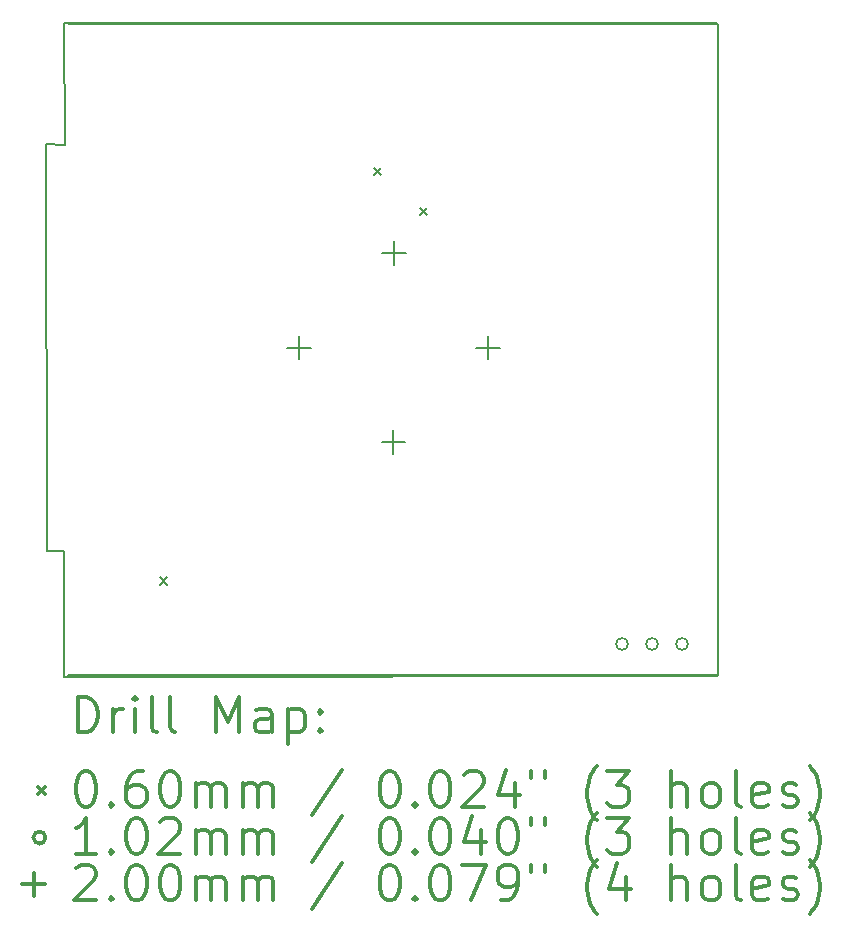
<source format=gbr>
%FSLAX45Y45*%
G04 Gerber Fmt 4.5, Leading zero omitted, Abs format (unit mm)*
G04 Created by KiCad (PCBNEW 4.0.6) date 05/08/17 07:32:36*
%MOMM*%
%LPD*%
G01*
G04 APERTURE LIST*
%ADD10C,0.127000*%
%ADD11C,0.150000*%
%ADD12C,0.200000*%
%ADD13C,0.300000*%
G04 APERTURE END LIST*
D10*
D11*
X20994170Y-8797350D02*
X20834450Y-8787510D01*
X20834450Y-8787510D02*
X20839530Y-12232470D01*
X20839530Y-12232470D02*
X20984330Y-12227930D01*
X20984330Y-12227930D02*
X20984330Y-13294730D01*
X20984330Y-13294730D02*
X26513530Y-13290290D01*
X26518610Y-7765790D02*
X20986870Y-7759450D01*
X20986870Y-7759450D02*
X20994170Y-8797350D01*
X26513210Y-7761890D02*
X21013210Y-7761890D01*
X21019610Y-13278290D02*
X26519610Y-13278290D01*
X26519610Y-13278290D02*
X26519610Y-7778290D01*
X26524010Y-7771090D02*
X21024010Y-7771090D01*
X26524010Y-13271090D02*
X26524010Y-7771090D01*
D12*
X21793010Y-12455590D02*
X21853010Y-12515590D01*
X21853010Y-12455590D02*
X21793010Y-12515590D01*
X23607810Y-8988590D02*
X23667810Y-9048590D01*
X23667810Y-8988590D02*
X23607810Y-9048590D01*
X23995410Y-9328190D02*
X24055410Y-9388190D01*
X24055410Y-9328190D02*
X23995410Y-9388190D01*
X25759310Y-13018890D02*
G75*
G03X25759310Y-13018890I-50800J0D01*
G01*
X26013310Y-13018890D02*
G75*
G03X26013310Y-13018890I-50800J0D01*
G01*
X26267310Y-13018890D02*
G75*
G03X26267310Y-13018890I-50800J0D01*
G01*
X22975310Y-10408990D02*
X22975310Y-10608990D01*
X22875310Y-10508990D02*
X23075310Y-10508990D01*
X23772870Y-11209090D02*
X23772870Y-11409090D01*
X23672870Y-11309090D02*
X23872870Y-11309090D01*
X23776110Y-9610890D02*
X23776110Y-9810890D01*
X23676110Y-9710890D02*
X23876110Y-9710890D01*
X24575510Y-10408990D02*
X24575510Y-10608990D01*
X24475510Y-10508990D02*
X24675510Y-10508990D01*
D13*
X21098379Y-13767944D02*
X21098379Y-13467944D01*
X21169807Y-13467944D01*
X21212664Y-13482230D01*
X21241236Y-13510801D01*
X21255521Y-13539373D01*
X21269807Y-13596516D01*
X21269807Y-13639373D01*
X21255521Y-13696516D01*
X21241236Y-13725087D01*
X21212664Y-13753659D01*
X21169807Y-13767944D01*
X21098379Y-13767944D01*
X21398379Y-13767944D02*
X21398379Y-13567944D01*
X21398379Y-13625087D02*
X21412664Y-13596516D01*
X21426950Y-13582230D01*
X21455521Y-13567944D01*
X21484093Y-13567944D01*
X21584093Y-13767944D02*
X21584093Y-13567944D01*
X21584093Y-13467944D02*
X21569807Y-13482230D01*
X21584093Y-13496516D01*
X21598379Y-13482230D01*
X21584093Y-13467944D01*
X21584093Y-13496516D01*
X21769807Y-13767944D02*
X21741236Y-13753659D01*
X21726950Y-13725087D01*
X21726950Y-13467944D01*
X21926950Y-13767944D02*
X21898379Y-13753659D01*
X21884093Y-13725087D01*
X21884093Y-13467944D01*
X22269807Y-13767944D02*
X22269807Y-13467944D01*
X22369807Y-13682230D01*
X22469807Y-13467944D01*
X22469807Y-13767944D01*
X22741236Y-13767944D02*
X22741236Y-13610801D01*
X22726950Y-13582230D01*
X22698378Y-13567944D01*
X22641236Y-13567944D01*
X22612664Y-13582230D01*
X22741236Y-13753659D02*
X22712664Y-13767944D01*
X22641236Y-13767944D01*
X22612664Y-13753659D01*
X22598378Y-13725087D01*
X22598378Y-13696516D01*
X22612664Y-13667944D01*
X22641236Y-13653659D01*
X22712664Y-13653659D01*
X22741236Y-13639373D01*
X22884093Y-13567944D02*
X22884093Y-13867944D01*
X22884093Y-13582230D02*
X22912664Y-13567944D01*
X22969807Y-13567944D01*
X22998378Y-13582230D01*
X23012664Y-13596516D01*
X23026950Y-13625087D01*
X23026950Y-13710801D01*
X23012664Y-13739373D01*
X22998378Y-13753659D01*
X22969807Y-13767944D01*
X22912664Y-13767944D01*
X22884093Y-13753659D01*
X23155521Y-13739373D02*
X23169807Y-13753659D01*
X23155521Y-13767944D01*
X23141236Y-13753659D01*
X23155521Y-13739373D01*
X23155521Y-13767944D01*
X23155521Y-13582230D02*
X23169807Y-13596516D01*
X23155521Y-13610801D01*
X23141236Y-13596516D01*
X23155521Y-13582230D01*
X23155521Y-13610801D01*
X20766950Y-14232230D02*
X20826950Y-14292230D01*
X20826950Y-14232230D02*
X20766950Y-14292230D01*
X21155521Y-14097944D02*
X21184093Y-14097944D01*
X21212664Y-14112230D01*
X21226950Y-14126516D01*
X21241236Y-14155087D01*
X21255521Y-14212230D01*
X21255521Y-14283659D01*
X21241236Y-14340801D01*
X21226950Y-14369373D01*
X21212664Y-14383659D01*
X21184093Y-14397944D01*
X21155521Y-14397944D01*
X21126950Y-14383659D01*
X21112664Y-14369373D01*
X21098379Y-14340801D01*
X21084093Y-14283659D01*
X21084093Y-14212230D01*
X21098379Y-14155087D01*
X21112664Y-14126516D01*
X21126950Y-14112230D01*
X21155521Y-14097944D01*
X21384093Y-14369373D02*
X21398379Y-14383659D01*
X21384093Y-14397944D01*
X21369807Y-14383659D01*
X21384093Y-14369373D01*
X21384093Y-14397944D01*
X21655521Y-14097944D02*
X21598378Y-14097944D01*
X21569807Y-14112230D01*
X21555521Y-14126516D01*
X21526950Y-14169373D01*
X21512664Y-14226516D01*
X21512664Y-14340801D01*
X21526950Y-14369373D01*
X21541236Y-14383659D01*
X21569807Y-14397944D01*
X21626950Y-14397944D01*
X21655521Y-14383659D01*
X21669807Y-14369373D01*
X21684093Y-14340801D01*
X21684093Y-14269373D01*
X21669807Y-14240801D01*
X21655521Y-14226516D01*
X21626950Y-14212230D01*
X21569807Y-14212230D01*
X21541236Y-14226516D01*
X21526950Y-14240801D01*
X21512664Y-14269373D01*
X21869807Y-14097944D02*
X21898379Y-14097944D01*
X21926950Y-14112230D01*
X21941236Y-14126516D01*
X21955521Y-14155087D01*
X21969807Y-14212230D01*
X21969807Y-14283659D01*
X21955521Y-14340801D01*
X21941236Y-14369373D01*
X21926950Y-14383659D01*
X21898379Y-14397944D01*
X21869807Y-14397944D01*
X21841236Y-14383659D01*
X21826950Y-14369373D01*
X21812664Y-14340801D01*
X21798379Y-14283659D01*
X21798379Y-14212230D01*
X21812664Y-14155087D01*
X21826950Y-14126516D01*
X21841236Y-14112230D01*
X21869807Y-14097944D01*
X22098379Y-14397944D02*
X22098379Y-14197944D01*
X22098379Y-14226516D02*
X22112664Y-14212230D01*
X22141236Y-14197944D01*
X22184093Y-14197944D01*
X22212664Y-14212230D01*
X22226950Y-14240801D01*
X22226950Y-14397944D01*
X22226950Y-14240801D02*
X22241236Y-14212230D01*
X22269807Y-14197944D01*
X22312664Y-14197944D01*
X22341236Y-14212230D01*
X22355521Y-14240801D01*
X22355521Y-14397944D01*
X22498378Y-14397944D02*
X22498378Y-14197944D01*
X22498378Y-14226516D02*
X22512664Y-14212230D01*
X22541236Y-14197944D01*
X22584093Y-14197944D01*
X22612664Y-14212230D01*
X22626950Y-14240801D01*
X22626950Y-14397944D01*
X22626950Y-14240801D02*
X22641236Y-14212230D01*
X22669807Y-14197944D01*
X22712664Y-14197944D01*
X22741236Y-14212230D01*
X22755521Y-14240801D01*
X22755521Y-14397944D01*
X23341236Y-14083659D02*
X23084093Y-14469373D01*
X23726950Y-14097944D02*
X23755521Y-14097944D01*
X23784093Y-14112230D01*
X23798378Y-14126516D01*
X23812664Y-14155087D01*
X23826950Y-14212230D01*
X23826950Y-14283659D01*
X23812664Y-14340801D01*
X23798378Y-14369373D01*
X23784093Y-14383659D01*
X23755521Y-14397944D01*
X23726950Y-14397944D01*
X23698378Y-14383659D01*
X23684093Y-14369373D01*
X23669807Y-14340801D01*
X23655521Y-14283659D01*
X23655521Y-14212230D01*
X23669807Y-14155087D01*
X23684093Y-14126516D01*
X23698378Y-14112230D01*
X23726950Y-14097944D01*
X23955521Y-14369373D02*
X23969807Y-14383659D01*
X23955521Y-14397944D01*
X23941236Y-14383659D01*
X23955521Y-14369373D01*
X23955521Y-14397944D01*
X24155521Y-14097944D02*
X24184093Y-14097944D01*
X24212664Y-14112230D01*
X24226950Y-14126516D01*
X24241235Y-14155087D01*
X24255521Y-14212230D01*
X24255521Y-14283659D01*
X24241235Y-14340801D01*
X24226950Y-14369373D01*
X24212664Y-14383659D01*
X24184093Y-14397944D01*
X24155521Y-14397944D01*
X24126950Y-14383659D01*
X24112664Y-14369373D01*
X24098378Y-14340801D01*
X24084093Y-14283659D01*
X24084093Y-14212230D01*
X24098378Y-14155087D01*
X24112664Y-14126516D01*
X24126950Y-14112230D01*
X24155521Y-14097944D01*
X24369807Y-14126516D02*
X24384093Y-14112230D01*
X24412664Y-14097944D01*
X24484093Y-14097944D01*
X24512664Y-14112230D01*
X24526950Y-14126516D01*
X24541235Y-14155087D01*
X24541235Y-14183659D01*
X24526950Y-14226516D01*
X24355521Y-14397944D01*
X24541235Y-14397944D01*
X24798378Y-14197944D02*
X24798378Y-14397944D01*
X24726950Y-14083659D02*
X24655521Y-14297944D01*
X24841235Y-14297944D01*
X24941236Y-14097944D02*
X24941236Y-14155087D01*
X25055521Y-14097944D02*
X25055521Y-14155087D01*
X25498378Y-14512230D02*
X25484093Y-14497944D01*
X25455521Y-14455087D01*
X25441235Y-14426516D01*
X25426950Y-14383659D01*
X25412664Y-14312230D01*
X25412664Y-14255087D01*
X25426950Y-14183659D01*
X25441235Y-14140801D01*
X25455521Y-14112230D01*
X25484093Y-14069373D01*
X25498378Y-14055087D01*
X25584093Y-14097944D02*
X25769807Y-14097944D01*
X25669807Y-14212230D01*
X25712664Y-14212230D01*
X25741235Y-14226516D01*
X25755521Y-14240801D01*
X25769807Y-14269373D01*
X25769807Y-14340801D01*
X25755521Y-14369373D01*
X25741235Y-14383659D01*
X25712664Y-14397944D01*
X25626950Y-14397944D01*
X25598378Y-14383659D01*
X25584093Y-14369373D01*
X26126950Y-14397944D02*
X26126950Y-14097944D01*
X26255521Y-14397944D02*
X26255521Y-14240801D01*
X26241235Y-14212230D01*
X26212664Y-14197944D01*
X26169807Y-14197944D01*
X26141235Y-14212230D01*
X26126950Y-14226516D01*
X26441235Y-14397944D02*
X26412664Y-14383659D01*
X26398378Y-14369373D01*
X26384093Y-14340801D01*
X26384093Y-14255087D01*
X26398378Y-14226516D01*
X26412664Y-14212230D01*
X26441235Y-14197944D01*
X26484093Y-14197944D01*
X26512664Y-14212230D01*
X26526950Y-14226516D01*
X26541235Y-14255087D01*
X26541235Y-14340801D01*
X26526950Y-14369373D01*
X26512664Y-14383659D01*
X26484093Y-14397944D01*
X26441235Y-14397944D01*
X26712664Y-14397944D02*
X26684093Y-14383659D01*
X26669807Y-14355087D01*
X26669807Y-14097944D01*
X26941236Y-14383659D02*
X26912664Y-14397944D01*
X26855521Y-14397944D01*
X26826950Y-14383659D01*
X26812664Y-14355087D01*
X26812664Y-14240801D01*
X26826950Y-14212230D01*
X26855521Y-14197944D01*
X26912664Y-14197944D01*
X26941236Y-14212230D01*
X26955521Y-14240801D01*
X26955521Y-14269373D01*
X26812664Y-14297944D01*
X27069807Y-14383659D02*
X27098378Y-14397944D01*
X27155521Y-14397944D01*
X27184093Y-14383659D01*
X27198378Y-14355087D01*
X27198378Y-14340801D01*
X27184093Y-14312230D01*
X27155521Y-14297944D01*
X27112664Y-14297944D01*
X27084093Y-14283659D01*
X27069807Y-14255087D01*
X27069807Y-14240801D01*
X27084093Y-14212230D01*
X27112664Y-14197944D01*
X27155521Y-14197944D01*
X27184093Y-14212230D01*
X27298378Y-14512230D02*
X27312664Y-14497944D01*
X27341236Y-14455087D01*
X27355521Y-14426516D01*
X27369807Y-14383659D01*
X27384093Y-14312230D01*
X27384093Y-14255087D01*
X27369807Y-14183659D01*
X27355521Y-14140801D01*
X27341236Y-14112230D01*
X27312664Y-14069373D01*
X27298378Y-14055087D01*
X20826950Y-14658230D02*
G75*
G03X20826950Y-14658230I-50800J0D01*
G01*
X21255521Y-14793944D02*
X21084093Y-14793944D01*
X21169807Y-14793944D02*
X21169807Y-14493944D01*
X21141236Y-14536801D01*
X21112664Y-14565373D01*
X21084093Y-14579659D01*
X21384093Y-14765373D02*
X21398379Y-14779659D01*
X21384093Y-14793944D01*
X21369807Y-14779659D01*
X21384093Y-14765373D01*
X21384093Y-14793944D01*
X21584093Y-14493944D02*
X21612664Y-14493944D01*
X21641236Y-14508230D01*
X21655521Y-14522516D01*
X21669807Y-14551087D01*
X21684093Y-14608230D01*
X21684093Y-14679659D01*
X21669807Y-14736801D01*
X21655521Y-14765373D01*
X21641236Y-14779659D01*
X21612664Y-14793944D01*
X21584093Y-14793944D01*
X21555521Y-14779659D01*
X21541236Y-14765373D01*
X21526950Y-14736801D01*
X21512664Y-14679659D01*
X21512664Y-14608230D01*
X21526950Y-14551087D01*
X21541236Y-14522516D01*
X21555521Y-14508230D01*
X21584093Y-14493944D01*
X21798379Y-14522516D02*
X21812664Y-14508230D01*
X21841236Y-14493944D01*
X21912664Y-14493944D01*
X21941236Y-14508230D01*
X21955521Y-14522516D01*
X21969807Y-14551087D01*
X21969807Y-14579659D01*
X21955521Y-14622516D01*
X21784093Y-14793944D01*
X21969807Y-14793944D01*
X22098379Y-14793944D02*
X22098379Y-14593944D01*
X22098379Y-14622516D02*
X22112664Y-14608230D01*
X22141236Y-14593944D01*
X22184093Y-14593944D01*
X22212664Y-14608230D01*
X22226950Y-14636801D01*
X22226950Y-14793944D01*
X22226950Y-14636801D02*
X22241236Y-14608230D01*
X22269807Y-14593944D01*
X22312664Y-14593944D01*
X22341236Y-14608230D01*
X22355521Y-14636801D01*
X22355521Y-14793944D01*
X22498378Y-14793944D02*
X22498378Y-14593944D01*
X22498378Y-14622516D02*
X22512664Y-14608230D01*
X22541236Y-14593944D01*
X22584093Y-14593944D01*
X22612664Y-14608230D01*
X22626950Y-14636801D01*
X22626950Y-14793944D01*
X22626950Y-14636801D02*
X22641236Y-14608230D01*
X22669807Y-14593944D01*
X22712664Y-14593944D01*
X22741236Y-14608230D01*
X22755521Y-14636801D01*
X22755521Y-14793944D01*
X23341236Y-14479659D02*
X23084093Y-14865373D01*
X23726950Y-14493944D02*
X23755521Y-14493944D01*
X23784093Y-14508230D01*
X23798378Y-14522516D01*
X23812664Y-14551087D01*
X23826950Y-14608230D01*
X23826950Y-14679659D01*
X23812664Y-14736801D01*
X23798378Y-14765373D01*
X23784093Y-14779659D01*
X23755521Y-14793944D01*
X23726950Y-14793944D01*
X23698378Y-14779659D01*
X23684093Y-14765373D01*
X23669807Y-14736801D01*
X23655521Y-14679659D01*
X23655521Y-14608230D01*
X23669807Y-14551087D01*
X23684093Y-14522516D01*
X23698378Y-14508230D01*
X23726950Y-14493944D01*
X23955521Y-14765373D02*
X23969807Y-14779659D01*
X23955521Y-14793944D01*
X23941236Y-14779659D01*
X23955521Y-14765373D01*
X23955521Y-14793944D01*
X24155521Y-14493944D02*
X24184093Y-14493944D01*
X24212664Y-14508230D01*
X24226950Y-14522516D01*
X24241235Y-14551087D01*
X24255521Y-14608230D01*
X24255521Y-14679659D01*
X24241235Y-14736801D01*
X24226950Y-14765373D01*
X24212664Y-14779659D01*
X24184093Y-14793944D01*
X24155521Y-14793944D01*
X24126950Y-14779659D01*
X24112664Y-14765373D01*
X24098378Y-14736801D01*
X24084093Y-14679659D01*
X24084093Y-14608230D01*
X24098378Y-14551087D01*
X24112664Y-14522516D01*
X24126950Y-14508230D01*
X24155521Y-14493944D01*
X24512664Y-14593944D02*
X24512664Y-14793944D01*
X24441235Y-14479659D02*
X24369807Y-14693944D01*
X24555521Y-14693944D01*
X24726950Y-14493944D02*
X24755521Y-14493944D01*
X24784093Y-14508230D01*
X24798378Y-14522516D01*
X24812664Y-14551087D01*
X24826950Y-14608230D01*
X24826950Y-14679659D01*
X24812664Y-14736801D01*
X24798378Y-14765373D01*
X24784093Y-14779659D01*
X24755521Y-14793944D01*
X24726950Y-14793944D01*
X24698378Y-14779659D01*
X24684093Y-14765373D01*
X24669807Y-14736801D01*
X24655521Y-14679659D01*
X24655521Y-14608230D01*
X24669807Y-14551087D01*
X24684093Y-14522516D01*
X24698378Y-14508230D01*
X24726950Y-14493944D01*
X24941236Y-14493944D02*
X24941236Y-14551087D01*
X25055521Y-14493944D02*
X25055521Y-14551087D01*
X25498378Y-14908230D02*
X25484093Y-14893944D01*
X25455521Y-14851087D01*
X25441235Y-14822516D01*
X25426950Y-14779659D01*
X25412664Y-14708230D01*
X25412664Y-14651087D01*
X25426950Y-14579659D01*
X25441235Y-14536801D01*
X25455521Y-14508230D01*
X25484093Y-14465373D01*
X25498378Y-14451087D01*
X25584093Y-14493944D02*
X25769807Y-14493944D01*
X25669807Y-14608230D01*
X25712664Y-14608230D01*
X25741235Y-14622516D01*
X25755521Y-14636801D01*
X25769807Y-14665373D01*
X25769807Y-14736801D01*
X25755521Y-14765373D01*
X25741235Y-14779659D01*
X25712664Y-14793944D01*
X25626950Y-14793944D01*
X25598378Y-14779659D01*
X25584093Y-14765373D01*
X26126950Y-14793944D02*
X26126950Y-14493944D01*
X26255521Y-14793944D02*
X26255521Y-14636801D01*
X26241235Y-14608230D01*
X26212664Y-14593944D01*
X26169807Y-14593944D01*
X26141235Y-14608230D01*
X26126950Y-14622516D01*
X26441235Y-14793944D02*
X26412664Y-14779659D01*
X26398378Y-14765373D01*
X26384093Y-14736801D01*
X26384093Y-14651087D01*
X26398378Y-14622516D01*
X26412664Y-14608230D01*
X26441235Y-14593944D01*
X26484093Y-14593944D01*
X26512664Y-14608230D01*
X26526950Y-14622516D01*
X26541235Y-14651087D01*
X26541235Y-14736801D01*
X26526950Y-14765373D01*
X26512664Y-14779659D01*
X26484093Y-14793944D01*
X26441235Y-14793944D01*
X26712664Y-14793944D02*
X26684093Y-14779659D01*
X26669807Y-14751087D01*
X26669807Y-14493944D01*
X26941236Y-14779659D02*
X26912664Y-14793944D01*
X26855521Y-14793944D01*
X26826950Y-14779659D01*
X26812664Y-14751087D01*
X26812664Y-14636801D01*
X26826950Y-14608230D01*
X26855521Y-14593944D01*
X26912664Y-14593944D01*
X26941236Y-14608230D01*
X26955521Y-14636801D01*
X26955521Y-14665373D01*
X26812664Y-14693944D01*
X27069807Y-14779659D02*
X27098378Y-14793944D01*
X27155521Y-14793944D01*
X27184093Y-14779659D01*
X27198378Y-14751087D01*
X27198378Y-14736801D01*
X27184093Y-14708230D01*
X27155521Y-14693944D01*
X27112664Y-14693944D01*
X27084093Y-14679659D01*
X27069807Y-14651087D01*
X27069807Y-14636801D01*
X27084093Y-14608230D01*
X27112664Y-14593944D01*
X27155521Y-14593944D01*
X27184093Y-14608230D01*
X27298378Y-14908230D02*
X27312664Y-14893944D01*
X27341236Y-14851087D01*
X27355521Y-14822516D01*
X27369807Y-14779659D01*
X27384093Y-14708230D01*
X27384093Y-14651087D01*
X27369807Y-14579659D01*
X27355521Y-14536801D01*
X27341236Y-14508230D01*
X27312664Y-14465373D01*
X27298378Y-14451087D01*
X20726950Y-14954230D02*
X20726950Y-15154230D01*
X20626950Y-15054230D02*
X20826950Y-15054230D01*
X21084093Y-14918516D02*
X21098379Y-14904230D01*
X21126950Y-14889944D01*
X21198379Y-14889944D01*
X21226950Y-14904230D01*
X21241236Y-14918516D01*
X21255521Y-14947087D01*
X21255521Y-14975659D01*
X21241236Y-15018516D01*
X21069807Y-15189944D01*
X21255521Y-15189944D01*
X21384093Y-15161373D02*
X21398379Y-15175659D01*
X21384093Y-15189944D01*
X21369807Y-15175659D01*
X21384093Y-15161373D01*
X21384093Y-15189944D01*
X21584093Y-14889944D02*
X21612664Y-14889944D01*
X21641236Y-14904230D01*
X21655521Y-14918516D01*
X21669807Y-14947087D01*
X21684093Y-15004230D01*
X21684093Y-15075659D01*
X21669807Y-15132801D01*
X21655521Y-15161373D01*
X21641236Y-15175659D01*
X21612664Y-15189944D01*
X21584093Y-15189944D01*
X21555521Y-15175659D01*
X21541236Y-15161373D01*
X21526950Y-15132801D01*
X21512664Y-15075659D01*
X21512664Y-15004230D01*
X21526950Y-14947087D01*
X21541236Y-14918516D01*
X21555521Y-14904230D01*
X21584093Y-14889944D01*
X21869807Y-14889944D02*
X21898379Y-14889944D01*
X21926950Y-14904230D01*
X21941236Y-14918516D01*
X21955521Y-14947087D01*
X21969807Y-15004230D01*
X21969807Y-15075659D01*
X21955521Y-15132801D01*
X21941236Y-15161373D01*
X21926950Y-15175659D01*
X21898379Y-15189944D01*
X21869807Y-15189944D01*
X21841236Y-15175659D01*
X21826950Y-15161373D01*
X21812664Y-15132801D01*
X21798379Y-15075659D01*
X21798379Y-15004230D01*
X21812664Y-14947087D01*
X21826950Y-14918516D01*
X21841236Y-14904230D01*
X21869807Y-14889944D01*
X22098379Y-15189944D02*
X22098379Y-14989944D01*
X22098379Y-15018516D02*
X22112664Y-15004230D01*
X22141236Y-14989944D01*
X22184093Y-14989944D01*
X22212664Y-15004230D01*
X22226950Y-15032801D01*
X22226950Y-15189944D01*
X22226950Y-15032801D02*
X22241236Y-15004230D01*
X22269807Y-14989944D01*
X22312664Y-14989944D01*
X22341236Y-15004230D01*
X22355521Y-15032801D01*
X22355521Y-15189944D01*
X22498378Y-15189944D02*
X22498378Y-14989944D01*
X22498378Y-15018516D02*
X22512664Y-15004230D01*
X22541236Y-14989944D01*
X22584093Y-14989944D01*
X22612664Y-15004230D01*
X22626950Y-15032801D01*
X22626950Y-15189944D01*
X22626950Y-15032801D02*
X22641236Y-15004230D01*
X22669807Y-14989944D01*
X22712664Y-14989944D01*
X22741236Y-15004230D01*
X22755521Y-15032801D01*
X22755521Y-15189944D01*
X23341236Y-14875659D02*
X23084093Y-15261373D01*
X23726950Y-14889944D02*
X23755521Y-14889944D01*
X23784093Y-14904230D01*
X23798378Y-14918516D01*
X23812664Y-14947087D01*
X23826950Y-15004230D01*
X23826950Y-15075659D01*
X23812664Y-15132801D01*
X23798378Y-15161373D01*
X23784093Y-15175659D01*
X23755521Y-15189944D01*
X23726950Y-15189944D01*
X23698378Y-15175659D01*
X23684093Y-15161373D01*
X23669807Y-15132801D01*
X23655521Y-15075659D01*
X23655521Y-15004230D01*
X23669807Y-14947087D01*
X23684093Y-14918516D01*
X23698378Y-14904230D01*
X23726950Y-14889944D01*
X23955521Y-15161373D02*
X23969807Y-15175659D01*
X23955521Y-15189944D01*
X23941236Y-15175659D01*
X23955521Y-15161373D01*
X23955521Y-15189944D01*
X24155521Y-14889944D02*
X24184093Y-14889944D01*
X24212664Y-14904230D01*
X24226950Y-14918516D01*
X24241235Y-14947087D01*
X24255521Y-15004230D01*
X24255521Y-15075659D01*
X24241235Y-15132801D01*
X24226950Y-15161373D01*
X24212664Y-15175659D01*
X24184093Y-15189944D01*
X24155521Y-15189944D01*
X24126950Y-15175659D01*
X24112664Y-15161373D01*
X24098378Y-15132801D01*
X24084093Y-15075659D01*
X24084093Y-15004230D01*
X24098378Y-14947087D01*
X24112664Y-14918516D01*
X24126950Y-14904230D01*
X24155521Y-14889944D01*
X24355521Y-14889944D02*
X24555521Y-14889944D01*
X24426950Y-15189944D01*
X24684093Y-15189944D02*
X24741235Y-15189944D01*
X24769807Y-15175659D01*
X24784093Y-15161373D01*
X24812664Y-15118516D01*
X24826950Y-15061373D01*
X24826950Y-14947087D01*
X24812664Y-14918516D01*
X24798378Y-14904230D01*
X24769807Y-14889944D01*
X24712664Y-14889944D01*
X24684093Y-14904230D01*
X24669807Y-14918516D01*
X24655521Y-14947087D01*
X24655521Y-15018516D01*
X24669807Y-15047087D01*
X24684093Y-15061373D01*
X24712664Y-15075659D01*
X24769807Y-15075659D01*
X24798378Y-15061373D01*
X24812664Y-15047087D01*
X24826950Y-15018516D01*
X24941236Y-14889944D02*
X24941236Y-14947087D01*
X25055521Y-14889944D02*
X25055521Y-14947087D01*
X25498378Y-15304230D02*
X25484093Y-15289944D01*
X25455521Y-15247087D01*
X25441235Y-15218516D01*
X25426950Y-15175659D01*
X25412664Y-15104230D01*
X25412664Y-15047087D01*
X25426950Y-14975659D01*
X25441235Y-14932801D01*
X25455521Y-14904230D01*
X25484093Y-14861373D01*
X25498378Y-14847087D01*
X25741235Y-14989944D02*
X25741235Y-15189944D01*
X25669807Y-14875659D02*
X25598378Y-15089944D01*
X25784093Y-15089944D01*
X26126950Y-15189944D02*
X26126950Y-14889944D01*
X26255521Y-15189944D02*
X26255521Y-15032801D01*
X26241235Y-15004230D01*
X26212664Y-14989944D01*
X26169807Y-14989944D01*
X26141235Y-15004230D01*
X26126950Y-15018516D01*
X26441235Y-15189944D02*
X26412664Y-15175659D01*
X26398378Y-15161373D01*
X26384093Y-15132801D01*
X26384093Y-15047087D01*
X26398378Y-15018516D01*
X26412664Y-15004230D01*
X26441235Y-14989944D01*
X26484093Y-14989944D01*
X26512664Y-15004230D01*
X26526950Y-15018516D01*
X26541235Y-15047087D01*
X26541235Y-15132801D01*
X26526950Y-15161373D01*
X26512664Y-15175659D01*
X26484093Y-15189944D01*
X26441235Y-15189944D01*
X26712664Y-15189944D02*
X26684093Y-15175659D01*
X26669807Y-15147087D01*
X26669807Y-14889944D01*
X26941236Y-15175659D02*
X26912664Y-15189944D01*
X26855521Y-15189944D01*
X26826950Y-15175659D01*
X26812664Y-15147087D01*
X26812664Y-15032801D01*
X26826950Y-15004230D01*
X26855521Y-14989944D01*
X26912664Y-14989944D01*
X26941236Y-15004230D01*
X26955521Y-15032801D01*
X26955521Y-15061373D01*
X26812664Y-15089944D01*
X27069807Y-15175659D02*
X27098378Y-15189944D01*
X27155521Y-15189944D01*
X27184093Y-15175659D01*
X27198378Y-15147087D01*
X27198378Y-15132801D01*
X27184093Y-15104230D01*
X27155521Y-15089944D01*
X27112664Y-15089944D01*
X27084093Y-15075659D01*
X27069807Y-15047087D01*
X27069807Y-15032801D01*
X27084093Y-15004230D01*
X27112664Y-14989944D01*
X27155521Y-14989944D01*
X27184093Y-15004230D01*
X27298378Y-15304230D02*
X27312664Y-15289944D01*
X27341236Y-15247087D01*
X27355521Y-15218516D01*
X27369807Y-15175659D01*
X27384093Y-15104230D01*
X27384093Y-15047087D01*
X27369807Y-14975659D01*
X27355521Y-14932801D01*
X27341236Y-14904230D01*
X27312664Y-14861373D01*
X27298378Y-14847087D01*
M02*

</source>
